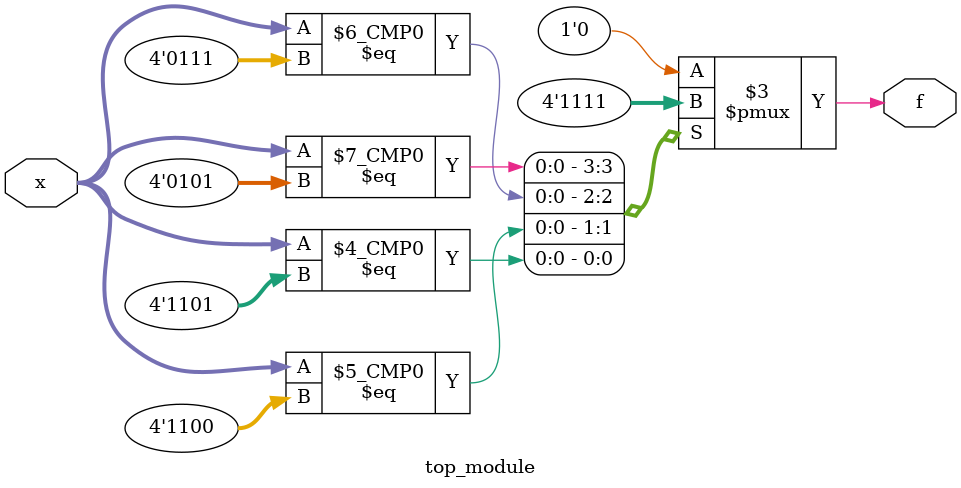
<source format=sv>
module top_module (
    input [4:1] x,
    output logic f
);

always_comb begin
    case (x)
        4'b0101: f = 1'b1;
        4'b0111: f = 1'b1;
        4'b1100: f = 1'b1;
        4'b1101: f = 1'b1;
        default: f = 1'b0;
    endcase
end

endmodule

</source>
